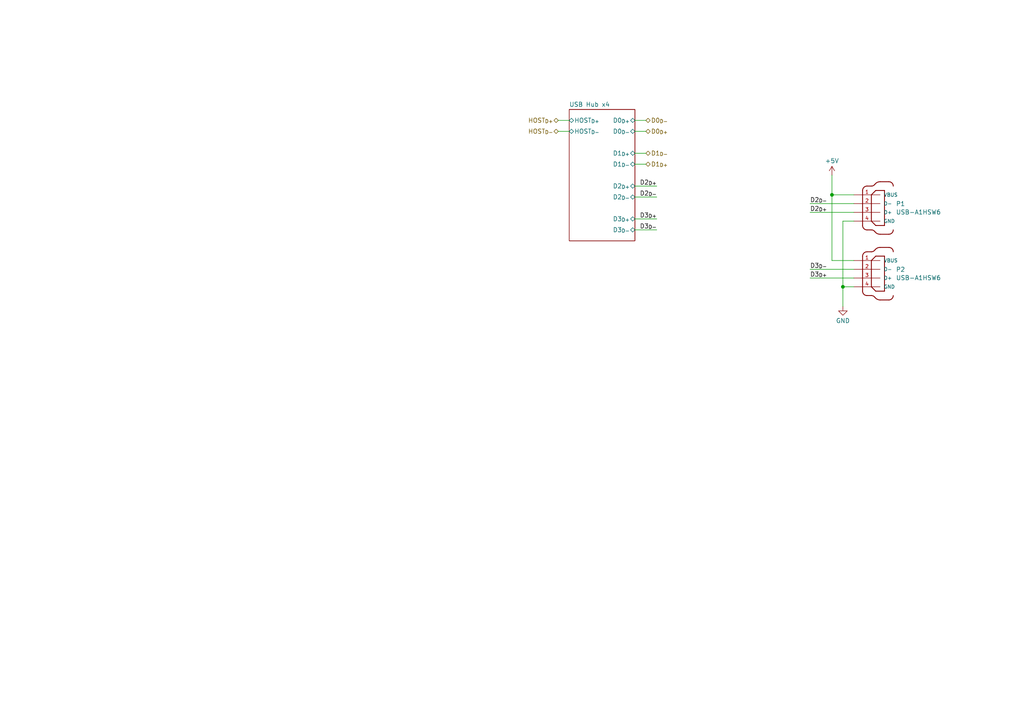
<source format=kicad_sch>
(kicad_sch (version 20231120) (generator "eeschema") (generator_version "8.0")
  (paper "A4")
  (lib_symbols
    (symbol "compi:USB-A1HSW6" (pin_names (offset 1.016))
      (property "Reference" "P" (at -2.5418 11.438 0))
      (property "Value" "USB-A1HSW6" (at -2.5436 -10.1744 0))
      (symbol "USB-A1HSW6_0_1"
        (arc (start -2.54 -3.81) (mid -2.168 -4.708) (end -1.27 -5.08) (stroke (width 0.254)))
        (arc (start -1.27 7.62) (mid -2.168 7.248) (end -2.54 6.35) (stroke (width 0.254)))
        (polyline (pts (xy -2.54 6.35) (xy -2.54 -3.81)) (stroke (width 0.254)))
        (polyline (pts (xy -1.27 -5.08) (xy 0 -5.08)) (stroke (width 0.254)))
        (polyline (pts (xy -1.27 7.62) (xy 0 7.62)) (stroke (width 0.254)))
        (polyline (pts (xy 0 -2.54) (xy 1.27 -3.81)) (stroke (width 0.254)))
        (polyline (pts (xy 0 5.08) (xy 0 -2.54)) (stroke (width 0.254)))
        (polyline (pts (xy 1.27 -3.81) (xy 3.81 -3.81)) (stroke (width 0.254)))
        (polyline (pts (xy 1.27 6.35) (xy 0 5.08)) (stroke (width 0.254)))
        (polyline (pts (xy 2.54 -6.35) (xy 5.08 -6.35)) (stroke (width 0.254)))
        (polyline (pts (xy 2.54 8.89) (xy 5.08 8.89)) (stroke (width 0.254)))
        (polyline (pts (xy 3.81 -3.81) (xy 3.81 6.35)) (stroke (width 0.254)))
        (polyline (pts (xy 3.81 6.35) (xy 1.27 6.35)) (stroke (width 0.254)))
        (arc (start 0 7.62) (mid 0.568 7.754) (end 1.016 8.128) (stroke (width 0.254)))
        (arc (start 1.016 -5.588) (mid 0.5667 -5.2134) (end 0 -5.08) (stroke (width 0.254)))
        (arc (start 1.016 -5.588) (mid 1.6881 -6.1489) (end 2.54 -6.35) (stroke (width 0.254)))
        (arc (start 2.54 8.89) (mid 1.6861 8.6879) (end 1.016 8.128) (stroke (width 0.254)))
        (arc (start 5.08 -6.35) (mid 5.978 -5.978) (end 6.35 -5.08) (stroke (width 0.254)))
        (arc (start 6.35 7.62) (mid 5.978 8.518) (end 5.08 8.89) (stroke (width 0.254)))
        (pin power_in line (at -5.08 5.08 0) (length 7.62) (name "VBUS") (number "1"))
        (pin bidirectional line (at -5.08 2.54 0) (length 7.62) (name "D-") (number "2"))
        (pin bidirectional line (at -5.08 0 0) (length 7.62) (name "D+") (number "3"))
        (pin power_in line (at -5.08 -2.54 0) (length 7.62) (name "GND") (number "4"))
      )
    )
    (symbol "power:+5V" (power) (pin_names (offset 0))
      (property "Value" "+5V" (at 0 3.556 0))
      (symbol "+5V_0_1"
        (polyline (pts (xy -0.762 1.27) (xy 0 2.54)))
        (polyline (pts (xy 0 0) (xy 0 2.54)))
        (polyline (pts (xy 0 2.54) (xy 0.762 1.27)))
      )
      (symbol "+5V_1_1"
        (pin power_in line (at 0 0 90) (length 0) hide (name "+5V") (number "1"))
      )
    )
    (symbol "power:GND" (power) (pin_names (offset 0))
      (property "Value" "GND" (at 0 -3.81 0))
      (symbol "GND_0_1"
        (polyline (pts (xy 0 0) (xy 0 -1.27) (xy 1.27 -1.27) (xy 0 -2.54) (xy -1.27 -1.27) (xy 0 -1.27)))
      )
      (symbol "GND_1_1"
        (pin power_in line (at 0 0 270) (length 0) hide (name "GND") (number "1"))
      )
    )
  )
  (junction (at 241.3 56.515))
  (junction (at 244.475 83.185))
  (wire (pts (xy 184.15 63.5) (xy 190.5 63.5)))
  (wire (pts (xy 241.3 56.515) (xy 247.65 56.515)))
  (wire (pts (xy 244.475 83.185) (xy 244.475 88.9)))
  (wire (pts (xy 247.65 75.565) (xy 241.3 75.565)))
  (wire (pts (xy 234.95 80.645) (xy 247.65 80.645)))
  (wire (pts (xy 161.925 34.925) (xy 165.1 34.925)))
  (wire (pts (xy 241.3 50.8) (xy 241.3 56.515)))
  (wire (pts (xy 244.475 64.135) (xy 244.475 83.185)))
  (wire (pts (xy 244.475 83.185) (xy 247.65 83.185)))
  (wire (pts (xy 184.15 57.15) (xy 190.5 57.15)))
  (wire (pts (xy 234.95 78.105) (xy 247.65 78.105)))
  (wire (pts (xy 184.15 44.45) (xy 187.325 44.45)))
  (wire (pts (xy 184.15 38.1) (xy 187.325 38.1)))
  (wire (pts (xy 161.925 38.1) (xy 165.1 38.1)))
  (wire (pts (xy 234.95 59.055) (xy 247.65 59.055)))
  (wire (pts (xy 184.15 47.625) (xy 187.325 47.625)))
  (wire (pts (xy 184.15 66.675) (xy 190.5 66.675)))
  (wire (pts (xy 184.15 53.975) (xy 190.5 53.975)))
  (wire (pts (xy 247.65 64.135) (xy 244.475 64.135)))
  (wire (pts (xy 234.95 61.595) (xy 247.65 61.595)))
  (wire (pts (xy 184.15 34.925) (xy 187.325 34.925)))
  (wire (pts (xy 241.3 56.515) (xy 241.3 75.565)))
  (label "D2_{D+}" (at 190.5 53.975 180))
  (label "D2_{D-}" (at 190.5 57.15 180))
  (label "D3_{D-}" (at 190.5 66.675 180))
  (label "D2_{D+}" (at 234.95 61.595 0))
  (label "D3_{D+}" (at 234.95 80.645 0))
  (label "D2_{D-}" (at 234.95 59.055 0))
  (label "D3_{D-}" (at 234.95 78.105 0))
  (label "D3_{D+}" (at 190.5 63.5 180))
  (hierarchical_label "HOST_{D+}" (shape bidirectional) (at 161.925 34.925 180))
  (hierarchical_label "D0_{D-}" (shape bidirectional) (at 187.325 34.925 0))
  (hierarchical_label "D1_{D+}" (shape bidirectional) (at 187.325 47.625 0))
  (hierarchical_label "HOST_{D-}" (shape bidirectional) (at 161.925 38.1 180))
  (hierarchical_label "D1_{D-}" (shape bidirectional) (at 187.325 44.45 0))
  (hierarchical_label "D0_{D+}" (shape bidirectional) (at 187.325 38.1 0))
  (symbol (lib_id "compi:USB-A1HSW6") (at 252.73 61.595 0) (unit 1)
    (property "Reference" "P1" (at 259.842 59.1129 0) (effects (justify left)))
    (property "Value" "USB-A1HSW6" (at 259.842 61.5371 0) (effects (justify left)))
    (property "Footprint" "compi:USB-A1HSW6" (effects (hide yes)))
    (property "Datasheet" "https://mm.digikey.com/Volume0/opasdata/d220001/medias/docus/5534/USB-A1HSXX.pdf" (effects (hide yes)))
    (property "DigiKey Part No." "ED2989-ND" (effects (hide yes)))
    (property "TroniDex Component ID" "USB-A1HSW6" (effects (hide yes)))
    (property "TroniDex Part No." "USB-A1HSW6" (effects (hide yes)))
  )
  (symbol (lib_id "power:+5V") (at 241.3 50.8 0) (unit 1)
    (property "Reference" "#PWR051" (effects (hide yes)))
    (property "Value" "+5V" (at 241.3 46.6669 0))
  )
  (symbol (lib_id "compi:USB-A1HSW6") (at 252.73 80.645 0) (unit 1)
    (property "Reference" "P2" (at 259.842 78.1629 0) (effects (justify left)))
    (property "Value" "USB-A1HSW6" (at 259.842 80.5871 0) (effects (justify left)))
    (property "Footprint" "compi:USB-A1HSW6" (effects (hide yes)))
    (property "Datasheet" "https://mm.digikey.com/Volume0/opasdata/d220001/medias/docus/5534/USB-A1HSXX.pdf" (effects (hide yes)))
    (property "DigiKey Part No." "ED2989-ND" (effects (hide yes)))
    (property "TroniDex Component ID" "USB-A1HSW6" (effects (hide yes)))
    (property "TroniDex Part No." "USB-A1HSW6" (effects (hide yes)))
  )
  (symbol (lib_id "power:GND") (at 244.475 88.9 0) (unit 1)
    (property "Reference" "#PWR050" (effects (hide yes)))
    (property "Value" "GND" (at 244.475 93.0331 0))
  )
  (sheet (at 165.1 31.75) (size 19.05 38.1) (stroke (width 0.1524))
    (property "Sheetname" "USB Hub x4" (at 165.1 31.0384 0) (effects (justify left bottom)))
    (property "Sheetfile" "usb-hub-x4.kicad_sch" (effects (hide yes)))
    (pin "HOST_{D+}" bidirectional (at 165.1 34.925 180))
    (pin "HOST_{D-}" bidirectional (at 165.1 38.1 180))
    (pin "D0_{D+}" bidirectional (at 184.15 34.925 0))
    (pin "D0_{D-}" bidirectional (at 184.15 38.1 0))
    (pin "D1_{D+}" bidirectional (at 184.15 44.45 0))
    (pin "D1_{D-}" bidirectional (at 184.15 47.625 0))
    (pin "D3_{D-}" bidirectional (at 184.15 66.675 0))
    (pin "D2_{D-}" bidirectional (at 184.15 57.15 0))
    (pin "D2_{D+}" bidirectional (at 184.15 53.975 0))
    (pin "D3_{D+}" bidirectional (at 184.15 63.5 0))
  )
)
</source>
